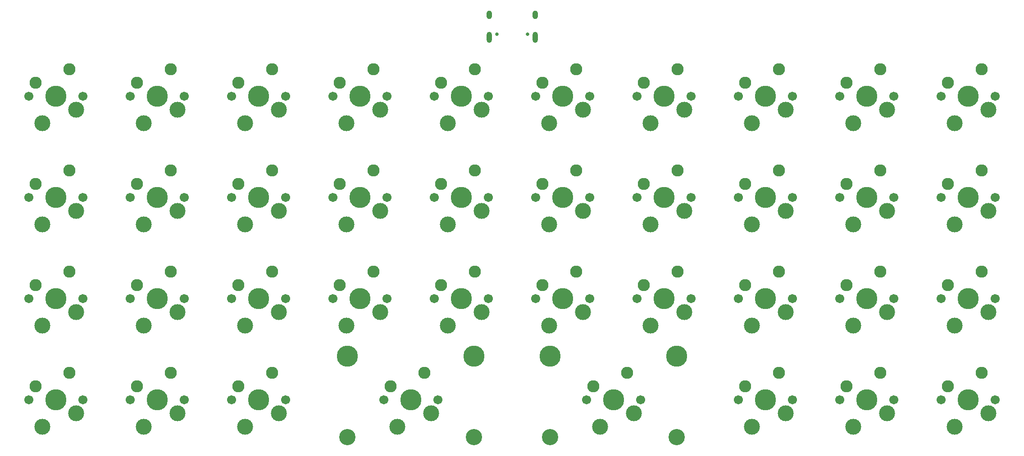
<source format=gbr>
%TF.GenerationSoftware,KiCad,Pcbnew,(5.99.0-12882-g2a6c73b8df)*%
%TF.CreationDate,2021-11-03T21:03:35+01:00*%
%TF.ProjectId,ortho-qaz,6f727468-6f2d-4716-917a-2e6b69636164,rev?*%
%TF.SameCoordinates,Original*%
%TF.FileFunction,Soldermask,Top*%
%TF.FilePolarity,Negative*%
%FSLAX46Y46*%
G04 Gerber Fmt 4.6, Leading zero omitted, Abs format (unit mm)*
G04 Created by KiCad (PCBNEW (5.99.0-12882-g2a6c73b8df)) date 2021-11-03 21:03:35*
%MOMM*%
%LPD*%
G01*
G04 APERTURE LIST*
%ADD10C,3.048000*%
%ADD11C,3.987800*%
%ADD12C,1.701800*%
%ADD13C,2.286000*%
%ADD14C,3.000000*%
%ADD15O,1.000000X2.100000*%
%ADD16C,0.650000*%
%ADD17O,1.000000X1.600000*%
G04 APERTURE END LIST*
D10*
%TO.C,REF\u002A\u002A*%
X139565000Y-99465000D03*
X115765000Y-99465000D03*
D11*
X139565000Y-84225000D03*
X115765000Y-84225000D03*
%TD*%
D12*
%TO.C,K26*%
X170210000Y-73430000D03*
X180370000Y-73430000D03*
D13*
X171480000Y-70890000D03*
D11*
X175290000Y-73430000D03*
D13*
X177830000Y-68350000D03*
D14*
X179100000Y-75970000D03*
X172750000Y-78510000D03*
%TD*%
D10*
%TO.C,REF\u002A\u002A*%
X177665000Y-99465000D03*
X153865000Y-99465000D03*
D11*
X177665000Y-84225000D03*
X153865000Y-84225000D03*
%TD*%
D12*
%TO.C,K24*%
X132110000Y-73430000D03*
X142270000Y-73430000D03*
D13*
X133380000Y-70890000D03*
D11*
X137190000Y-73430000D03*
D13*
X139730000Y-68350000D03*
D14*
X141000000Y-75970000D03*
X134650000Y-78510000D03*
%TD*%
D12*
%TO.C,K39*%
X227360000Y-92460000D03*
X237520000Y-92460000D03*
D13*
X228630000Y-89920000D03*
D11*
X232440000Y-92460000D03*
D13*
X234980000Y-87380000D03*
D14*
X236250000Y-95000000D03*
X229900000Y-97540000D03*
%TD*%
D12*
%TO.C,K38*%
X208310000Y-92480000D03*
X218470000Y-92480000D03*
D13*
X209580000Y-89940000D03*
D11*
X213390000Y-92480000D03*
D13*
X215930000Y-87400000D03*
D14*
X217200000Y-95020000D03*
X210850000Y-97560000D03*
%TD*%
D12*
%TO.C,K37*%
X189260000Y-92480000D03*
X199420000Y-92480000D03*
D13*
X190530000Y-89940000D03*
D11*
X194340000Y-92480000D03*
D13*
X196880000Y-87400000D03*
D14*
X198150000Y-95020000D03*
X191800000Y-97560000D03*
%TD*%
D12*
%TO.C,K35*%
X160685000Y-92480000D03*
X170845000Y-92480000D03*
D13*
X161955000Y-89940000D03*
D11*
X165765000Y-92480000D03*
D13*
X168305000Y-87400000D03*
D14*
X169575000Y-95020000D03*
X163225000Y-97560000D03*
%TD*%
D12*
%TO.C,K33*%
X122585000Y-92480000D03*
X132745000Y-92480000D03*
D13*
X123855000Y-89940000D03*
D11*
X127665000Y-92480000D03*
D13*
X130205000Y-87400000D03*
D14*
X131475000Y-95020000D03*
X125125000Y-97560000D03*
%TD*%
D12*
%TO.C,K32*%
X94010000Y-92480000D03*
X104170000Y-92480000D03*
D13*
X95280000Y-89940000D03*
D11*
X99090000Y-92480000D03*
D13*
X101630000Y-87400000D03*
D14*
X102900000Y-95020000D03*
X96550000Y-97560000D03*
%TD*%
D12*
%TO.C,K31*%
X74960000Y-92480000D03*
X85120000Y-92480000D03*
D13*
X76230000Y-89940000D03*
D11*
X80040000Y-92480000D03*
D13*
X82580000Y-87400000D03*
D14*
X83850000Y-95020000D03*
X77500000Y-97560000D03*
%TD*%
D12*
%TO.C,K30*%
X55910000Y-92480000D03*
X66070000Y-92480000D03*
D13*
X57180000Y-89940000D03*
D11*
X60990000Y-92480000D03*
D13*
X63530000Y-87400000D03*
D14*
X64800000Y-95020000D03*
X58450000Y-97560000D03*
%TD*%
D12*
%TO.C,K29*%
X227360000Y-73430000D03*
X237520000Y-73430000D03*
D13*
X228630000Y-70890000D03*
D11*
X232440000Y-73430000D03*
D13*
X234980000Y-68350000D03*
D14*
X236250000Y-75970000D03*
X229900000Y-78510000D03*
%TD*%
D12*
%TO.C,K28*%
X208310000Y-73430000D03*
X218470000Y-73430000D03*
D13*
X209580000Y-70890000D03*
D11*
X213390000Y-73430000D03*
D13*
X215930000Y-68350000D03*
D14*
X217200000Y-75970000D03*
X210850000Y-78510000D03*
%TD*%
D12*
%TO.C,K27*%
X189260000Y-73430000D03*
X199420000Y-73430000D03*
D13*
X190530000Y-70890000D03*
D11*
X194340000Y-73430000D03*
D13*
X196880000Y-68350000D03*
D14*
X198150000Y-75970000D03*
X191800000Y-78510000D03*
%TD*%
D12*
%TO.C,K25*%
X151160000Y-73430000D03*
X161320000Y-73430000D03*
D13*
X152430000Y-70890000D03*
D11*
X156240000Y-73430000D03*
D13*
X158780000Y-68350000D03*
D14*
X160050000Y-75970000D03*
X153700000Y-78510000D03*
%TD*%
D12*
%TO.C,K23*%
X113060000Y-73430000D03*
X123220000Y-73430000D03*
D13*
X114330000Y-70890000D03*
D11*
X118140000Y-73430000D03*
D13*
X120680000Y-68350000D03*
D14*
X121950000Y-75970000D03*
X115600000Y-78510000D03*
%TD*%
D12*
%TO.C,K22*%
X94010000Y-73430000D03*
X104170000Y-73430000D03*
D13*
X95280000Y-70890000D03*
D11*
X99090000Y-73430000D03*
D13*
X101630000Y-68350000D03*
D14*
X102900000Y-75970000D03*
X96550000Y-78510000D03*
%TD*%
D12*
%TO.C,K21*%
X74960000Y-73430000D03*
X85120000Y-73430000D03*
D13*
X76230000Y-70890000D03*
D11*
X80040000Y-73430000D03*
D13*
X82580000Y-68350000D03*
D14*
X83850000Y-75970000D03*
X77500000Y-78510000D03*
%TD*%
D12*
%TO.C,K20*%
X55910000Y-73430000D03*
X66070000Y-73430000D03*
D13*
X57180000Y-70890000D03*
D11*
X60990000Y-73430000D03*
D13*
X63530000Y-68350000D03*
D14*
X64800000Y-75970000D03*
X58450000Y-78510000D03*
%TD*%
D12*
%TO.C,K19*%
X227360000Y-54380000D03*
X237520000Y-54380000D03*
D13*
X228630000Y-51840000D03*
D11*
X232440000Y-54380000D03*
D13*
X234980000Y-49300000D03*
D14*
X236250000Y-56920000D03*
X229900000Y-59460000D03*
%TD*%
D12*
%TO.C,K18*%
X208310000Y-54380000D03*
X218470000Y-54380000D03*
D13*
X209580000Y-51840000D03*
D11*
X213390000Y-54380000D03*
D13*
X215930000Y-49300000D03*
D14*
X217200000Y-56920000D03*
X210850000Y-59460000D03*
%TD*%
D12*
%TO.C,K17*%
X189260000Y-54380000D03*
X199420000Y-54380000D03*
D13*
X190530000Y-51840000D03*
D11*
X194340000Y-54380000D03*
D13*
X196880000Y-49300000D03*
D14*
X198150000Y-56920000D03*
X191800000Y-59460000D03*
%TD*%
D12*
%TO.C,K16*%
X170210000Y-54380000D03*
X180370000Y-54380000D03*
D13*
X171480000Y-51840000D03*
D11*
X175290000Y-54380000D03*
D13*
X177830000Y-49300000D03*
D14*
X179100000Y-56920000D03*
X172750000Y-59460000D03*
%TD*%
D12*
%TO.C,K15*%
X151160000Y-54380000D03*
X161320000Y-54380000D03*
D13*
X152430000Y-51840000D03*
D11*
X156240000Y-54380000D03*
D13*
X158780000Y-49300000D03*
D14*
X160050000Y-56920000D03*
X153700000Y-59460000D03*
%TD*%
D12*
%TO.C,K14*%
X132110000Y-54380000D03*
X142270000Y-54380000D03*
D13*
X133380000Y-51840000D03*
D11*
X137190000Y-54380000D03*
D13*
X139730000Y-49300000D03*
D14*
X141000000Y-56920000D03*
X134650000Y-59460000D03*
%TD*%
D12*
%TO.C,K13*%
X113060000Y-54380000D03*
X123220000Y-54380000D03*
D13*
X114330000Y-51840000D03*
D11*
X118140000Y-54380000D03*
D13*
X120680000Y-49300000D03*
D14*
X121950000Y-56920000D03*
X115600000Y-59460000D03*
%TD*%
D12*
%TO.C,K12*%
X94010000Y-54380000D03*
X104170000Y-54380000D03*
D13*
X95280000Y-51840000D03*
D11*
X99090000Y-54380000D03*
D13*
X101630000Y-49300000D03*
D14*
X102900000Y-56920000D03*
X96550000Y-59460000D03*
%TD*%
D12*
%TO.C,K11*%
X74960000Y-54380000D03*
X85120000Y-54380000D03*
D13*
X76230000Y-51840000D03*
D11*
X80040000Y-54380000D03*
D13*
X82580000Y-49300000D03*
D14*
X83850000Y-56920000D03*
X77500000Y-59460000D03*
%TD*%
D12*
%TO.C,K10*%
X55910000Y-54380000D03*
X66070000Y-54380000D03*
D13*
X57180000Y-51840000D03*
D11*
X60990000Y-54380000D03*
D13*
X63530000Y-49300000D03*
D14*
X64800000Y-56920000D03*
X58450000Y-59460000D03*
%TD*%
D12*
%TO.C,K9*%
X227360000Y-35330000D03*
X237520000Y-35330000D03*
D13*
X228630000Y-32790000D03*
D11*
X232440000Y-35330000D03*
D13*
X234980000Y-30250000D03*
D14*
X236250000Y-37870000D03*
X229900000Y-40410000D03*
%TD*%
D12*
%TO.C,K8*%
X208310000Y-35330000D03*
X218470000Y-35330000D03*
D13*
X209580000Y-32790000D03*
D11*
X213390000Y-35330000D03*
D13*
X215930000Y-30250000D03*
D14*
X217200000Y-37870000D03*
X210850000Y-40410000D03*
%TD*%
D12*
%TO.C,K7*%
X189260000Y-35330000D03*
X199420000Y-35330000D03*
D13*
X190530000Y-32790000D03*
D11*
X194340000Y-35330000D03*
D13*
X196880000Y-30250000D03*
D14*
X198150000Y-37870000D03*
X191800000Y-40410000D03*
%TD*%
D12*
%TO.C,K6*%
X170210000Y-35330000D03*
X180370000Y-35330000D03*
D13*
X171480000Y-32790000D03*
D11*
X175290000Y-35330000D03*
D13*
X177830000Y-30250000D03*
D14*
X179100000Y-37870000D03*
X172750000Y-40410000D03*
%TD*%
D12*
%TO.C,K5*%
X151160000Y-35330000D03*
X161320000Y-35330000D03*
D13*
X152430000Y-32790000D03*
D11*
X156240000Y-35330000D03*
D13*
X158780000Y-30250000D03*
D14*
X160050000Y-37870000D03*
X153700000Y-40410000D03*
%TD*%
D12*
%TO.C,K4*%
X132110000Y-35330000D03*
X142270000Y-35330000D03*
D13*
X133380000Y-32790000D03*
D11*
X137190000Y-35330000D03*
D13*
X139730000Y-30250000D03*
D14*
X141000000Y-37870000D03*
X134650000Y-40410000D03*
%TD*%
D12*
%TO.C,K3*%
X113060000Y-35330000D03*
X123220000Y-35330000D03*
D13*
X114330000Y-32790000D03*
D11*
X118140000Y-35330000D03*
D13*
X120680000Y-30250000D03*
D14*
X121950000Y-37870000D03*
X115600000Y-40410000D03*
%TD*%
D12*
%TO.C,K2*%
X94010000Y-35330000D03*
X104170000Y-35330000D03*
D13*
X95280000Y-32790000D03*
D11*
X99090000Y-35330000D03*
D13*
X101630000Y-30250000D03*
D14*
X102900000Y-37870000D03*
X96550000Y-40410000D03*
%TD*%
D12*
%TO.C,K1*%
X74960000Y-35330000D03*
X85120000Y-35330000D03*
D13*
X76230000Y-32790000D03*
D11*
X80040000Y-35330000D03*
D13*
X82580000Y-30250000D03*
D14*
X83850000Y-37870000D03*
X77500000Y-40410000D03*
%TD*%
D12*
%TO.C,K0*%
X55910000Y-35330000D03*
X66070000Y-35330000D03*
D13*
X57180000Y-32790000D03*
D11*
X60990000Y-35330000D03*
D13*
X63530000Y-30250000D03*
D14*
X64800000Y-37870000D03*
X58450000Y-40410000D03*
%TD*%
D15*
%TO.C,J1*%
X151035000Y-24172500D03*
X142395000Y-24172500D03*
D16*
X143825000Y-23642500D03*
D17*
X142395000Y-19992500D03*
D16*
X149605000Y-23642500D03*
D17*
X151035000Y-19992500D03*
%TD*%
M02*

</source>
